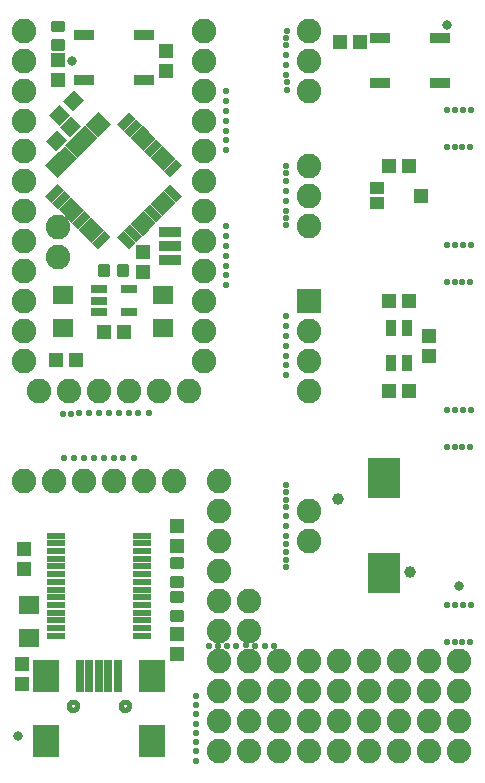
<source format=gts>
G75*
G70*
%OFA0B0*%
%FSLAX24Y24*%
%IPPOS*%
%LPD*%
%AMOC8*
5,1,8,0,0,1.08239X$1,22.5*
%
%ADD10C,0.0230*%
%ADD11R,0.0474X0.0513*%
%ADD12R,0.0710X0.0631*%
%ADD13R,0.0513X0.0474*%
%ADD14C,0.0138*%
%ADD15R,0.0680X0.0380*%
%ADD16R,0.0552X0.0297*%
%ADD17C,0.0820*%
%ADD18R,0.0749X0.0356*%
%ADD19R,0.0580X0.0300*%
%ADD20R,0.0300X0.0580*%
%ADD21C,0.0161*%
%ADD22R,0.0277X0.1064*%
%ADD23R,0.0867X0.1064*%
%ADD24R,0.0630X0.0217*%
%ADD25R,0.0356X0.0552*%
%ADD26R,0.1064X0.1340*%
%ADD27C,0.0395*%
%ADD28R,0.0513X0.0395*%
%ADD29R,0.0820X0.0820*%
%ADD30C,0.0330*%
D10*
X006560Y000623D03*
X006560Y000943D03*
X006560Y001243D03*
X006560Y001543D03*
X006550Y001853D03*
X006560Y002173D03*
X006560Y002493D03*
X006560Y002793D03*
X006970Y004463D03*
X007290Y004463D03*
X007590Y004463D03*
X007890Y004463D03*
X008200Y004473D03*
X008520Y004463D03*
X008840Y004463D03*
X009140Y004463D03*
X009560Y007073D03*
X009560Y007323D03*
X009560Y007573D03*
X009560Y007853D03*
X009560Y008133D03*
X009560Y008463D03*
X009560Y008793D03*
X009560Y009073D03*
X009560Y009323D03*
X009560Y009573D03*
X009560Y009823D03*
X009560Y013473D03*
X009560Y013803D03*
X009560Y014133D03*
X009560Y014463D03*
X009560Y014793D03*
X009560Y015123D03*
X009560Y015453D03*
X007560Y016473D03*
X007560Y016803D03*
X007560Y017133D03*
X007560Y017463D03*
X007560Y017793D03*
X007560Y018123D03*
X007560Y018453D03*
X007560Y020973D03*
X007560Y021303D03*
X007560Y021633D03*
X007560Y021963D03*
X007560Y022293D03*
X007560Y022623D03*
X007560Y022953D03*
X009560Y023473D03*
X009570Y023243D03*
X009570Y022993D03*
X009560Y023803D03*
X009560Y024143D03*
X009560Y024473D03*
X009560Y024733D03*
X009570Y024953D03*
X009550Y020453D03*
X009550Y020223D03*
X009560Y019963D03*
X009560Y019633D03*
X009560Y019293D03*
X009560Y018963D03*
X009560Y018713D03*
X009560Y018493D03*
X004970Y012213D03*
X004630Y012213D03*
X004300Y012213D03*
X003970Y012213D03*
X003640Y012213D03*
X003310Y012213D03*
X002980Y012213D03*
X002650Y012213D03*
X002380Y012193D03*
X002110Y012193D03*
X002150Y010713D03*
X002480Y010713D03*
X002810Y010713D03*
X003140Y010713D03*
X003470Y010713D03*
X003800Y010713D03*
X004130Y010713D03*
X004470Y010713D03*
X014910Y011093D03*
X015170Y011093D03*
X015430Y011093D03*
X015680Y011093D03*
X015700Y012323D03*
X015450Y012323D03*
X015190Y012323D03*
X014930Y012323D03*
X014910Y016593D03*
X015170Y016593D03*
X015430Y016593D03*
X015680Y016593D03*
X015700Y017823D03*
X015450Y017823D03*
X015190Y017823D03*
X014930Y017823D03*
X014910Y021093D03*
X015170Y021093D03*
X015430Y021093D03*
X015680Y021093D03*
X015700Y022323D03*
X015450Y022323D03*
X015190Y022323D03*
X014930Y022323D03*
X014930Y005823D03*
X015190Y005823D03*
X015450Y005823D03*
X015700Y005823D03*
X015680Y004593D03*
X015430Y004593D03*
X015170Y004593D03*
X014910Y004593D03*
D11*
X014310Y014128D03*
X014310Y014797D03*
X005910Y008447D03*
X005910Y007778D03*
X005910Y004867D03*
X005910Y004198D03*
X000750Y003847D03*
X000750Y003178D03*
X000810Y007028D03*
X000810Y007697D03*
X004790Y016918D03*
X004790Y017587D03*
X001940Y023308D03*
X001940Y023977D03*
X005540Y024297D03*
X005540Y023628D03*
D12*
X005460Y016164D03*
X005460Y015062D03*
X002130Y015042D03*
X002130Y016144D03*
X000970Y005834D03*
X000970Y004732D03*
D13*
X001885Y013983D03*
X002555Y013983D03*
X003475Y014913D03*
X004145Y014913D03*
G36*
X002234Y021309D02*
X001873Y020948D01*
X001538Y021283D01*
X001899Y021644D01*
X002234Y021309D01*
G37*
G36*
X002708Y021782D02*
X002347Y021421D01*
X002012Y021756D01*
X002373Y022117D01*
X002708Y021782D01*
G37*
G36*
X002809Y022637D02*
X002448Y022276D01*
X002113Y022611D01*
X002474Y022972D01*
X002809Y022637D01*
G37*
G36*
X002336Y022163D02*
X001975Y021802D01*
X001640Y022137D01*
X002001Y022498D01*
X002336Y022163D01*
G37*
X011335Y024583D03*
X012005Y024583D03*
X012975Y020463D03*
X013645Y020463D03*
X014042Y019467D03*
X013645Y015963D03*
X012975Y015963D03*
X012975Y012963D03*
X013645Y012963D03*
D14*
X006068Y007346D02*
X005752Y007346D01*
X006068Y007346D02*
X006068Y007090D01*
X005752Y007090D01*
X005752Y007346D01*
X005752Y007227D02*
X006068Y007227D01*
X006068Y006716D02*
X005752Y006716D01*
X006068Y006716D02*
X006068Y006460D01*
X005752Y006460D01*
X005752Y006716D01*
X005752Y006597D02*
X006068Y006597D01*
X006068Y005960D02*
X005752Y005960D01*
X005752Y006216D01*
X006068Y006216D01*
X006068Y005960D01*
X006068Y006097D02*
X005752Y006097D01*
X005752Y005330D02*
X006068Y005330D01*
X005752Y005330D02*
X005752Y005586D01*
X006068Y005586D01*
X006068Y005330D01*
X006068Y005467D02*
X005752Y005467D01*
X004243Y016805D02*
X004243Y017121D01*
X004243Y016805D02*
X003987Y016805D01*
X003987Y017121D01*
X004243Y017121D01*
X004243Y016942D02*
X003987Y016942D01*
X003987Y017079D02*
X004243Y017079D01*
X003613Y017121D02*
X003613Y016805D01*
X003357Y016805D01*
X003357Y017121D01*
X003613Y017121D01*
X003613Y016942D02*
X003357Y016942D01*
X003357Y017079D02*
X003613Y017079D01*
X002098Y024350D02*
X001782Y024350D01*
X001782Y024606D01*
X002098Y024606D01*
X002098Y024350D01*
X002098Y024487D02*
X001782Y024487D01*
X001782Y024980D02*
X002098Y024980D01*
X001782Y024980D02*
X001782Y025236D01*
X002098Y025236D01*
X002098Y024980D01*
X002098Y025117D02*
X001782Y025117D01*
D15*
X002800Y024813D03*
X002800Y023313D03*
X004800Y023313D03*
X004800Y024813D03*
X012670Y024713D03*
X012670Y023213D03*
X014670Y023213D03*
X014670Y024713D03*
D16*
X004322Y016337D03*
X004322Y015589D03*
X003298Y015589D03*
X003298Y015963D03*
X003298Y016337D03*
D17*
X001960Y017413D03*
X001960Y018413D03*
X000810Y017963D03*
X000810Y018963D03*
X000810Y019963D03*
X000810Y020963D03*
X000810Y021963D03*
X000810Y022963D03*
X000810Y023963D03*
X000810Y024963D03*
X000810Y016963D03*
X000810Y015963D03*
X000810Y014963D03*
X000810Y013963D03*
X001310Y012963D03*
X002310Y012963D03*
X003310Y012963D03*
X004310Y012963D03*
X005310Y012963D03*
X006310Y012963D03*
X006810Y013963D03*
X006810Y014963D03*
X006810Y015963D03*
X006810Y016963D03*
X006810Y017963D03*
X006810Y018963D03*
X006810Y019963D03*
X006810Y020963D03*
X006810Y021963D03*
X006810Y022963D03*
X006810Y023963D03*
X006810Y024963D03*
X010310Y024963D03*
X010310Y023963D03*
X010310Y022963D03*
X010310Y020463D03*
X010310Y019463D03*
X010310Y018463D03*
X010310Y014963D03*
X010310Y013963D03*
X010310Y012963D03*
X010310Y008963D03*
X010310Y007963D03*
X008310Y005963D03*
X008310Y004963D03*
X008310Y003963D03*
X008310Y002963D03*
X008310Y001963D03*
X008310Y000963D03*
X007310Y000963D03*
X007310Y001963D03*
X007310Y002963D03*
X007310Y003963D03*
X007310Y004963D03*
X007310Y005963D03*
X007310Y006963D03*
X007310Y007963D03*
X007310Y008963D03*
X007310Y009963D03*
X005810Y009963D03*
X004810Y009963D03*
X003810Y009963D03*
X002810Y009963D03*
X001810Y009963D03*
X000810Y009963D03*
X009310Y003963D03*
X009310Y002963D03*
X009310Y001963D03*
X009310Y000963D03*
X010310Y000963D03*
X010310Y001963D03*
X010310Y002963D03*
X010310Y003963D03*
X011310Y003963D03*
X011310Y002963D03*
X011310Y001963D03*
X011310Y000963D03*
X012310Y000963D03*
X012310Y001963D03*
X012310Y002963D03*
X012310Y003963D03*
X013310Y003963D03*
X013310Y002963D03*
X013310Y001963D03*
X013310Y000963D03*
X014310Y000963D03*
X014310Y001963D03*
X014310Y002963D03*
X014310Y003963D03*
X015310Y003963D03*
X015310Y002963D03*
X015310Y001963D03*
X015310Y000963D03*
D18*
X005667Y017315D03*
X005667Y017787D03*
X005667Y018260D03*
D19*
G36*
X005018Y019190D02*
X005427Y018781D01*
X005214Y018568D01*
X004805Y018977D01*
X005018Y019190D01*
G37*
G36*
X005241Y019413D02*
X005650Y019004D01*
X005437Y018791D01*
X005028Y019200D01*
X005241Y019413D01*
G37*
G36*
X005464Y019636D02*
X005873Y019227D01*
X005660Y019014D01*
X005251Y019423D01*
X005464Y019636D01*
G37*
G36*
X005686Y019858D02*
X006095Y019449D01*
X005882Y019236D01*
X005473Y019645D01*
X005686Y019858D01*
G37*
G36*
X004796Y018967D02*
X005205Y018558D01*
X004992Y018345D01*
X004583Y018754D01*
X004796Y018967D01*
G37*
G36*
X004573Y018745D02*
X004982Y018336D01*
X004769Y018123D01*
X004360Y018532D01*
X004573Y018745D01*
G37*
G36*
X004350Y018522D02*
X004759Y018113D01*
X004546Y017900D01*
X004137Y018309D01*
X004350Y018522D01*
G37*
G36*
X004128Y018299D02*
X004537Y017890D01*
X004324Y017677D01*
X003915Y018086D01*
X004128Y018299D01*
G37*
G36*
X002183Y021135D02*
X002592Y020726D01*
X002379Y020513D01*
X001970Y020922D01*
X002183Y021135D01*
G37*
G36*
X002406Y021357D02*
X002815Y020948D01*
X002602Y020735D01*
X002193Y021144D01*
X002406Y021357D01*
G37*
G36*
X002628Y021580D02*
X003037Y021171D01*
X002824Y020958D01*
X002415Y021367D01*
X002628Y021580D01*
G37*
G36*
X002851Y021803D02*
X003260Y021394D01*
X003047Y021181D01*
X002638Y021590D01*
X002851Y021803D01*
G37*
G36*
X003074Y022026D02*
X003483Y021617D01*
X003270Y021404D01*
X002861Y021813D01*
X003074Y022026D01*
G37*
G36*
X003296Y022248D02*
X003705Y021839D01*
X003492Y021626D01*
X003083Y022035D01*
X003296Y022248D01*
G37*
G36*
X001960Y020912D02*
X002369Y020503D01*
X002156Y020290D01*
X001747Y020699D01*
X001960Y020912D01*
G37*
G36*
X001738Y020689D02*
X002147Y020280D01*
X001934Y020067D01*
X001525Y020476D01*
X001738Y020689D01*
G37*
D20*
G36*
X001934Y019858D02*
X002147Y019645D01*
X001738Y019236D01*
X001525Y019449D01*
X001934Y019858D01*
G37*
G36*
X002156Y019636D02*
X002369Y019423D01*
X001960Y019014D01*
X001747Y019227D01*
X002156Y019636D01*
G37*
G36*
X002379Y019413D02*
X002592Y019200D01*
X002183Y018791D01*
X001970Y019004D01*
X002379Y019413D01*
G37*
G36*
X002602Y019190D02*
X002815Y018977D01*
X002406Y018568D01*
X002193Y018781D01*
X002602Y019190D01*
G37*
G36*
X002824Y018967D02*
X003037Y018754D01*
X002628Y018345D01*
X002415Y018558D01*
X002824Y018967D01*
G37*
G36*
X003047Y018745D02*
X003260Y018532D01*
X002851Y018123D01*
X002638Y018336D01*
X003047Y018745D01*
G37*
G36*
X003270Y018522D02*
X003483Y018309D01*
X003074Y017900D01*
X002861Y018113D01*
X003270Y018522D01*
G37*
G36*
X003492Y018299D02*
X003705Y018086D01*
X003296Y017677D01*
X003083Y017890D01*
X003492Y018299D01*
G37*
G36*
X005437Y021135D02*
X005650Y020922D01*
X005241Y020513D01*
X005028Y020726D01*
X005437Y021135D01*
G37*
G36*
X005214Y021357D02*
X005427Y021144D01*
X005018Y020735D01*
X004805Y020948D01*
X005214Y021357D01*
G37*
G36*
X004992Y021580D02*
X005205Y021367D01*
X004796Y020958D01*
X004583Y021171D01*
X004992Y021580D01*
G37*
G36*
X004769Y021803D02*
X004982Y021590D01*
X004573Y021181D01*
X004360Y021394D01*
X004769Y021803D01*
G37*
G36*
X004546Y022026D02*
X004759Y021813D01*
X004350Y021404D01*
X004137Y021617D01*
X004546Y022026D01*
G37*
G36*
X004324Y022248D02*
X004537Y022035D01*
X004128Y021626D01*
X003915Y021839D01*
X004324Y022248D01*
G37*
G36*
X005660Y020912D02*
X005873Y020699D01*
X005464Y020290D01*
X005251Y020503D01*
X005660Y020912D01*
G37*
G36*
X005882Y020689D02*
X006095Y020476D01*
X005686Y020067D01*
X005473Y020280D01*
X005882Y020689D01*
G37*
D21*
X004038Y002463D02*
X004040Y002486D01*
X004046Y002509D01*
X004056Y002530D01*
X004069Y002550D01*
X004085Y002567D01*
X004104Y002581D01*
X004125Y002591D01*
X004147Y002598D01*
X004170Y002601D01*
X004194Y002600D01*
X004216Y002595D01*
X004238Y002586D01*
X004258Y002574D01*
X004276Y002558D01*
X004290Y002540D01*
X004302Y002520D01*
X004310Y002498D01*
X004314Y002475D01*
X004314Y002451D01*
X004310Y002428D01*
X004302Y002406D01*
X004290Y002386D01*
X004276Y002368D01*
X004258Y002352D01*
X004238Y002340D01*
X004216Y002331D01*
X004194Y002326D01*
X004170Y002325D01*
X004147Y002328D01*
X004125Y002335D01*
X004104Y002345D01*
X004085Y002359D01*
X004069Y002376D01*
X004056Y002396D01*
X004046Y002417D01*
X004040Y002440D01*
X004038Y002463D01*
X002306Y002463D02*
X002308Y002486D01*
X002314Y002509D01*
X002324Y002530D01*
X002337Y002550D01*
X002353Y002567D01*
X002372Y002581D01*
X002393Y002591D01*
X002415Y002598D01*
X002438Y002601D01*
X002462Y002600D01*
X002484Y002595D01*
X002506Y002586D01*
X002526Y002574D01*
X002544Y002558D01*
X002558Y002540D01*
X002570Y002520D01*
X002578Y002498D01*
X002582Y002475D01*
X002582Y002451D01*
X002578Y002428D01*
X002570Y002406D01*
X002558Y002386D01*
X002544Y002368D01*
X002526Y002352D01*
X002506Y002340D01*
X002484Y002331D01*
X002462Y002326D01*
X002438Y002325D01*
X002415Y002328D01*
X002393Y002335D01*
X002372Y002345D01*
X002353Y002359D01*
X002337Y002376D01*
X002324Y002396D01*
X002314Y002417D01*
X002308Y002440D01*
X002306Y002463D01*
D22*
X002680Y003447D03*
X002995Y003447D03*
X003310Y003447D03*
X003625Y003447D03*
X003940Y003447D03*
D23*
X005082Y003447D03*
X005082Y001282D03*
X001538Y001282D03*
X001538Y003447D03*
D24*
X001871Y004799D03*
X001871Y005055D03*
X001871Y005311D03*
X001871Y005567D03*
X001871Y005823D03*
X001871Y006079D03*
X001871Y006335D03*
X001871Y006591D03*
X001871Y006847D03*
X001871Y007103D03*
X001871Y007359D03*
X001871Y007614D03*
X001871Y007870D03*
X001871Y008126D03*
X004749Y008126D03*
X004749Y007870D03*
X004749Y007614D03*
X004749Y007359D03*
X004749Y007103D03*
X004749Y006847D03*
X004749Y006591D03*
X004749Y006335D03*
X004749Y006079D03*
X004749Y005823D03*
X004749Y005567D03*
X004749Y005311D03*
X004749Y005055D03*
X004749Y004799D03*
D25*
X013034Y013872D03*
X013586Y013872D03*
X013586Y015053D03*
X013034Y015053D03*
D26*
X012810Y010038D03*
X012810Y006888D03*
D27*
X013696Y006927D03*
X011275Y009349D03*
D28*
X012574Y019207D03*
X012574Y019719D03*
D29*
X010310Y015963D03*
D30*
X000610Y001463D03*
X002410Y023963D03*
X014910Y025163D03*
X015310Y006463D03*
M02*

</source>
